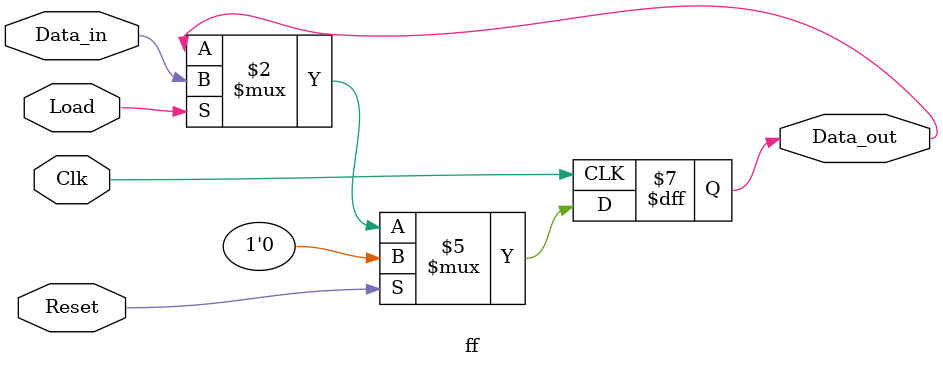
<source format=sv>
module reg_16 (	input Clk, Reset, Load,
						input [15:0] Data_in,
						output logic [15:0] Data_out	);
	
	always_ff @ (posedge Clk) begin
		if (Reset)
			Data_out <= 16'b0;
		else if (Load)
			Data_out <= Data_in;
	end

endmodule

module ff (	input Clk, Reset, Load,
						input Data_in,
						output logic Data_out	);
	
	always_ff @ (posedge Clk) begin
		if (Reset)
			Data_out <= 1'b0;
		else if (Load)
			Data_out <= Data_in;
	end

endmodule

</source>
